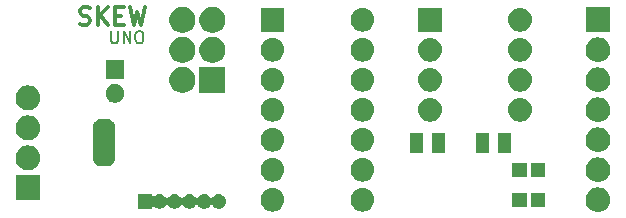
<source format=gts>
G04 #@! TF.GenerationSoftware,KiCad,Pcbnew,5.0.2-bee76a0~70~ubuntu18.04.1*
G04 #@! TF.CreationDate,2019-03-01T14:38:36+01:00*
G04 #@! TF.ProjectId,skewboards,736b6577-626f-4617-9264-732e6b696361,rev?*
G04 #@! TF.SameCoordinates,Original*
G04 #@! TF.FileFunction,Soldermask,Top*
G04 #@! TF.FilePolarity,Negative*
%FSLAX46Y46*%
G04 Gerber Fmt 4.6, Leading zero omitted, Abs format (unit mm)*
G04 Created by KiCad (PCBNEW 5.0.2-bee76a0~70~ubuntu18.04.1) date ven. 01 mars 2019 14:38:36 CET*
%MOMM*%
%LPD*%
G01*
G04 APERTURE LIST*
%ADD10C,0.150000*%
%ADD11C,0.375000*%
%ADD12C,0.100000*%
G04 APERTURE END LIST*
D10*
X61612666Y-29588380D02*
X61612666Y-30397904D01*
X61660285Y-30493142D01*
X61707904Y-30540761D01*
X61803142Y-30588380D01*
X61993619Y-30588380D01*
X62088857Y-30540761D01*
X62136476Y-30493142D01*
X62184095Y-30397904D01*
X62184095Y-29588380D01*
X62660285Y-30588380D02*
X62660285Y-29588380D01*
X63231714Y-30588380D01*
X63231714Y-29588380D01*
X63898380Y-29588380D02*
X64088857Y-29588380D01*
X64184095Y-29636000D01*
X64279333Y-29731238D01*
X64326952Y-29921714D01*
X64326952Y-30255047D01*
X64279333Y-30445523D01*
X64184095Y-30540761D01*
X64088857Y-30588380D01*
X63898380Y-30588380D01*
X63803142Y-30540761D01*
X63707904Y-30445523D01*
X63660285Y-30255047D01*
X63660285Y-29921714D01*
X63707904Y-29731238D01*
X63803142Y-29636000D01*
X63898380Y-29588380D01*
D11*
X58961714Y-28965142D02*
X59176000Y-29036571D01*
X59533142Y-29036571D01*
X59676000Y-28965142D01*
X59747428Y-28893714D01*
X59818857Y-28750857D01*
X59818857Y-28608000D01*
X59747428Y-28465142D01*
X59676000Y-28393714D01*
X59533142Y-28322285D01*
X59247428Y-28250857D01*
X59104571Y-28179428D01*
X59033142Y-28108000D01*
X58961714Y-27965142D01*
X58961714Y-27822285D01*
X59033142Y-27679428D01*
X59104571Y-27608000D01*
X59247428Y-27536571D01*
X59604571Y-27536571D01*
X59818857Y-27608000D01*
X60461714Y-29036571D02*
X60461714Y-27536571D01*
X61318857Y-29036571D02*
X60676000Y-28179428D01*
X61318857Y-27536571D02*
X60461714Y-28393714D01*
X61961714Y-28250857D02*
X62461714Y-28250857D01*
X62676000Y-29036571D02*
X61961714Y-29036571D01*
X61961714Y-27536571D01*
X62676000Y-27536571D01*
X63176000Y-27536571D02*
X63533142Y-29036571D01*
X63818857Y-27965142D01*
X64104571Y-29036571D01*
X64461714Y-27536571D01*
D12*
G36*
X102952707Y-42809597D02*
X103029836Y-42817193D01*
X103161787Y-42857220D01*
X103227763Y-42877233D01*
X103410172Y-42974733D01*
X103570054Y-43105946D01*
X103701267Y-43265828D01*
X103798767Y-43448237D01*
X103812507Y-43493533D01*
X103858807Y-43646164D01*
X103879080Y-43852000D01*
X103858807Y-44057836D01*
X103827421Y-44161303D01*
X103798767Y-44255763D01*
X103701267Y-44438172D01*
X103570054Y-44598054D01*
X103410172Y-44729267D01*
X103227763Y-44826767D01*
X103192281Y-44837530D01*
X103029836Y-44886807D01*
X102952707Y-44894403D01*
X102875580Y-44902000D01*
X102772420Y-44902000D01*
X102695293Y-44894403D01*
X102618164Y-44886807D01*
X102455719Y-44837530D01*
X102420237Y-44826767D01*
X102237828Y-44729267D01*
X102077946Y-44598054D01*
X101946733Y-44438172D01*
X101849233Y-44255763D01*
X101820579Y-44161303D01*
X101789193Y-44057836D01*
X101768920Y-43852000D01*
X101789193Y-43646164D01*
X101835493Y-43493533D01*
X101849233Y-43448237D01*
X101946733Y-43265828D01*
X102077946Y-43105946D01*
X102237828Y-42974733D01*
X102420237Y-42877233D01*
X102486213Y-42857220D01*
X102618164Y-42817193D01*
X102695293Y-42809597D01*
X102772420Y-42802000D01*
X102875580Y-42802000D01*
X102952707Y-42809597D01*
X102952707Y-42809597D01*
G37*
G36*
X83081030Y-42866469D02*
X83081033Y-42866470D01*
X83081034Y-42866470D01*
X83269535Y-42923651D01*
X83269537Y-42923652D01*
X83443260Y-43016509D01*
X83595528Y-43141472D01*
X83720491Y-43293740D01*
X83813348Y-43467463D01*
X83813349Y-43467465D01*
X83869571Y-43652804D01*
X83870531Y-43655970D01*
X83889838Y-43852000D01*
X83870531Y-44048030D01*
X83870530Y-44048033D01*
X83870530Y-44048034D01*
X83867557Y-44057836D01*
X83813348Y-44236537D01*
X83720491Y-44410260D01*
X83595528Y-44562528D01*
X83443260Y-44687491D01*
X83443258Y-44687492D01*
X83269535Y-44780349D01*
X83081034Y-44837530D01*
X83081033Y-44837530D01*
X83081030Y-44837531D01*
X82934124Y-44852000D01*
X82835876Y-44852000D01*
X82688970Y-44837531D01*
X82688967Y-44837530D01*
X82688966Y-44837530D01*
X82500465Y-44780349D01*
X82326742Y-44687492D01*
X82326740Y-44687491D01*
X82174472Y-44562528D01*
X82049509Y-44410260D01*
X81956652Y-44236537D01*
X81902444Y-44057836D01*
X81899470Y-44048034D01*
X81899470Y-44048033D01*
X81899469Y-44048030D01*
X81880162Y-43852000D01*
X81899469Y-43655970D01*
X81900429Y-43652804D01*
X81956651Y-43467465D01*
X81956652Y-43467463D01*
X82049509Y-43293740D01*
X82174472Y-43141472D01*
X82326740Y-43016509D01*
X82500463Y-42923652D01*
X82500465Y-42923651D01*
X82688966Y-42866470D01*
X82688967Y-42866470D01*
X82688970Y-42866469D01*
X82835876Y-42852000D01*
X82934124Y-42852000D01*
X83081030Y-42866469D01*
X83081030Y-42866469D01*
G37*
G36*
X75461030Y-42866469D02*
X75461033Y-42866470D01*
X75461034Y-42866470D01*
X75649535Y-42923651D01*
X75649537Y-42923652D01*
X75823260Y-43016509D01*
X75975528Y-43141472D01*
X76100491Y-43293740D01*
X76193348Y-43467463D01*
X76193349Y-43467465D01*
X76249571Y-43652804D01*
X76250531Y-43655970D01*
X76269838Y-43852000D01*
X76250531Y-44048030D01*
X76250530Y-44048033D01*
X76250530Y-44048034D01*
X76247557Y-44057836D01*
X76193348Y-44236537D01*
X76100491Y-44410260D01*
X75975528Y-44562528D01*
X75823260Y-44687491D01*
X75823258Y-44687492D01*
X75649535Y-44780349D01*
X75461034Y-44837530D01*
X75461033Y-44837530D01*
X75461030Y-44837531D01*
X75314124Y-44852000D01*
X75215876Y-44852000D01*
X75068970Y-44837531D01*
X75068967Y-44837530D01*
X75068966Y-44837530D01*
X74880465Y-44780349D01*
X74706742Y-44687492D01*
X74706740Y-44687491D01*
X74554472Y-44562528D01*
X74429509Y-44410260D01*
X74336652Y-44236537D01*
X74282444Y-44057836D01*
X74279470Y-44048034D01*
X74279470Y-44048033D01*
X74279469Y-44048030D01*
X74260162Y-43852000D01*
X74279469Y-43655970D01*
X74280429Y-43652804D01*
X74336651Y-43467465D01*
X74336652Y-43467463D01*
X74429509Y-43293740D01*
X74554472Y-43141472D01*
X74706740Y-43016509D01*
X74880463Y-42923652D01*
X74880465Y-42923651D01*
X75068966Y-42866470D01*
X75068967Y-42866470D01*
X75068970Y-42866469D01*
X75215876Y-42852000D01*
X75314124Y-42852000D01*
X75461030Y-42866469D01*
X75461030Y-42866469D01*
G37*
G36*
X65095000Y-43418340D02*
X65097402Y-43442726D01*
X65104515Y-43466175D01*
X65116066Y-43487786D01*
X65131612Y-43506728D01*
X65150554Y-43522274D01*
X65172165Y-43533825D01*
X65195614Y-43540938D01*
X65220000Y-43543340D01*
X65244386Y-43540938D01*
X65267835Y-43533825D01*
X65289446Y-43522274D01*
X65308388Y-43506728D01*
X65321583Y-43493533D01*
X65330184Y-43487786D01*
X65423952Y-43425132D01*
X65537694Y-43378019D01*
X65537695Y-43378019D01*
X65537697Y-43378018D01*
X65658441Y-43354000D01*
X65781559Y-43354000D01*
X65902303Y-43378018D01*
X65902305Y-43378019D01*
X65902306Y-43378019D01*
X66016048Y-43425132D01*
X66109816Y-43487786D01*
X66118417Y-43493533D01*
X66205467Y-43580583D01*
X66241066Y-43633861D01*
X66256611Y-43652803D01*
X66275553Y-43668348D01*
X66297164Y-43679900D01*
X66320613Y-43687013D01*
X66345000Y-43689415D01*
X66369386Y-43687013D01*
X66392835Y-43679900D01*
X66414446Y-43668349D01*
X66433388Y-43652804D01*
X66448934Y-43633861D01*
X66484533Y-43580583D01*
X66571583Y-43493533D01*
X66580184Y-43487786D01*
X66673952Y-43425132D01*
X66787694Y-43378019D01*
X66787695Y-43378019D01*
X66787697Y-43378018D01*
X66908441Y-43354000D01*
X67031559Y-43354000D01*
X67152303Y-43378018D01*
X67152305Y-43378019D01*
X67152306Y-43378019D01*
X67266048Y-43425132D01*
X67359816Y-43487786D01*
X67368417Y-43493533D01*
X67455467Y-43580583D01*
X67491066Y-43633861D01*
X67506611Y-43652803D01*
X67525553Y-43668348D01*
X67547164Y-43679900D01*
X67570613Y-43687013D01*
X67595000Y-43689415D01*
X67619386Y-43687013D01*
X67642835Y-43679900D01*
X67664446Y-43668349D01*
X67683388Y-43652804D01*
X67698934Y-43633861D01*
X67734533Y-43580583D01*
X67821583Y-43493533D01*
X67830184Y-43487786D01*
X67923952Y-43425132D01*
X68037694Y-43378019D01*
X68037695Y-43378019D01*
X68037697Y-43378018D01*
X68158441Y-43354000D01*
X68281559Y-43354000D01*
X68402303Y-43378018D01*
X68402305Y-43378019D01*
X68402306Y-43378019D01*
X68516048Y-43425132D01*
X68609816Y-43487786D01*
X68618417Y-43493533D01*
X68705467Y-43580583D01*
X68741066Y-43633861D01*
X68756611Y-43652803D01*
X68775553Y-43668348D01*
X68797164Y-43679900D01*
X68820613Y-43687013D01*
X68845000Y-43689415D01*
X68869386Y-43687013D01*
X68892835Y-43679900D01*
X68914446Y-43668349D01*
X68933388Y-43652804D01*
X68948934Y-43633861D01*
X68984533Y-43580583D01*
X69071583Y-43493533D01*
X69080184Y-43487786D01*
X69173952Y-43425132D01*
X69287694Y-43378019D01*
X69287695Y-43378019D01*
X69287697Y-43378018D01*
X69408441Y-43354000D01*
X69531559Y-43354000D01*
X69652303Y-43378018D01*
X69652305Y-43378019D01*
X69652306Y-43378019D01*
X69766048Y-43425132D01*
X69859816Y-43487786D01*
X69868417Y-43493533D01*
X69955467Y-43580583D01*
X69991066Y-43633861D01*
X70006611Y-43652803D01*
X70025553Y-43668348D01*
X70047164Y-43679900D01*
X70070613Y-43687013D01*
X70095000Y-43689415D01*
X70119386Y-43687013D01*
X70142835Y-43679900D01*
X70164446Y-43668349D01*
X70183388Y-43652804D01*
X70198934Y-43633861D01*
X70234533Y-43580583D01*
X70321583Y-43493533D01*
X70330184Y-43487786D01*
X70423952Y-43425132D01*
X70537694Y-43378019D01*
X70537695Y-43378019D01*
X70537697Y-43378018D01*
X70658441Y-43354000D01*
X70781559Y-43354000D01*
X70902303Y-43378018D01*
X70902305Y-43378019D01*
X70902306Y-43378019D01*
X71016048Y-43425132D01*
X71109816Y-43487786D01*
X71118417Y-43493533D01*
X71205467Y-43580583D01*
X71205469Y-43580586D01*
X71273868Y-43682952D01*
X71320981Y-43796694D01*
X71320982Y-43796697D01*
X71345000Y-43917441D01*
X71345000Y-44040559D01*
X71341564Y-44057834D01*
X71320981Y-44161306D01*
X71273868Y-44275048D01*
X71253723Y-44305197D01*
X71205467Y-44377417D01*
X71118417Y-44464467D01*
X71118414Y-44464469D01*
X71016048Y-44532868D01*
X70902306Y-44579981D01*
X70902305Y-44579981D01*
X70902303Y-44579982D01*
X70781559Y-44604000D01*
X70658441Y-44604000D01*
X70537697Y-44579982D01*
X70537695Y-44579981D01*
X70537694Y-44579981D01*
X70423952Y-44532868D01*
X70321586Y-44464469D01*
X70321583Y-44464467D01*
X70234533Y-44377417D01*
X70198934Y-44324139D01*
X70183389Y-44305197D01*
X70164447Y-44289652D01*
X70142836Y-44278100D01*
X70119387Y-44270987D01*
X70095000Y-44268585D01*
X70070614Y-44270987D01*
X70047165Y-44278100D01*
X70025554Y-44289651D01*
X70006612Y-44305196D01*
X69991066Y-44324139D01*
X69955467Y-44377417D01*
X69868417Y-44464467D01*
X69868414Y-44464469D01*
X69766048Y-44532868D01*
X69652306Y-44579981D01*
X69652305Y-44579981D01*
X69652303Y-44579982D01*
X69531559Y-44604000D01*
X69408441Y-44604000D01*
X69287697Y-44579982D01*
X69287695Y-44579981D01*
X69287694Y-44579981D01*
X69173952Y-44532868D01*
X69071586Y-44464469D01*
X69071583Y-44464467D01*
X68984533Y-44377417D01*
X68948934Y-44324139D01*
X68933389Y-44305197D01*
X68914447Y-44289652D01*
X68892836Y-44278100D01*
X68869387Y-44270987D01*
X68845000Y-44268585D01*
X68820614Y-44270987D01*
X68797165Y-44278100D01*
X68775554Y-44289651D01*
X68756612Y-44305196D01*
X68741066Y-44324139D01*
X68705467Y-44377417D01*
X68618417Y-44464467D01*
X68618414Y-44464469D01*
X68516048Y-44532868D01*
X68402306Y-44579981D01*
X68402305Y-44579981D01*
X68402303Y-44579982D01*
X68281559Y-44604000D01*
X68158441Y-44604000D01*
X68037697Y-44579982D01*
X68037695Y-44579981D01*
X68037694Y-44579981D01*
X67923952Y-44532868D01*
X67821586Y-44464469D01*
X67821583Y-44464467D01*
X67734533Y-44377417D01*
X67698934Y-44324139D01*
X67683389Y-44305197D01*
X67664447Y-44289652D01*
X67642836Y-44278100D01*
X67619387Y-44270987D01*
X67595000Y-44268585D01*
X67570614Y-44270987D01*
X67547165Y-44278100D01*
X67525554Y-44289651D01*
X67506612Y-44305196D01*
X67491066Y-44324139D01*
X67455467Y-44377417D01*
X67368417Y-44464467D01*
X67368414Y-44464469D01*
X67266048Y-44532868D01*
X67152306Y-44579981D01*
X67152305Y-44579981D01*
X67152303Y-44579982D01*
X67031559Y-44604000D01*
X66908441Y-44604000D01*
X66787697Y-44579982D01*
X66787695Y-44579981D01*
X66787694Y-44579981D01*
X66673952Y-44532868D01*
X66571586Y-44464469D01*
X66571583Y-44464467D01*
X66484533Y-44377417D01*
X66448934Y-44324139D01*
X66433389Y-44305197D01*
X66414447Y-44289652D01*
X66392836Y-44278100D01*
X66369387Y-44270987D01*
X66345000Y-44268585D01*
X66320614Y-44270987D01*
X66297165Y-44278100D01*
X66275554Y-44289651D01*
X66256612Y-44305196D01*
X66241066Y-44324139D01*
X66205467Y-44377417D01*
X66118417Y-44464467D01*
X66118414Y-44464469D01*
X66016048Y-44532868D01*
X65902306Y-44579981D01*
X65902305Y-44579981D01*
X65902303Y-44579982D01*
X65781559Y-44604000D01*
X65658441Y-44604000D01*
X65537697Y-44579982D01*
X65537695Y-44579981D01*
X65537694Y-44579981D01*
X65423952Y-44532868D01*
X65321586Y-44464469D01*
X65321583Y-44464467D01*
X65308388Y-44451272D01*
X65289446Y-44435726D01*
X65267835Y-44424175D01*
X65244386Y-44417062D01*
X65220000Y-44414660D01*
X65195614Y-44417062D01*
X65172165Y-44424175D01*
X65150554Y-44435726D01*
X65131612Y-44451272D01*
X65116066Y-44470214D01*
X65104515Y-44491825D01*
X65097402Y-44515274D01*
X65095000Y-44539660D01*
X65095000Y-44604000D01*
X63845000Y-44604000D01*
X63845000Y-43354000D01*
X65095000Y-43354000D01*
X65095000Y-43418340D01*
X65095000Y-43418340D01*
G37*
G36*
X96782000Y-44452000D02*
X95582000Y-44452000D01*
X95582000Y-43252000D01*
X96782000Y-43252000D01*
X96782000Y-44452000D01*
X96782000Y-44452000D01*
G37*
G36*
X98382000Y-44452000D02*
X97182000Y-44452000D01*
X97182000Y-43252000D01*
X98382000Y-43252000D01*
X98382000Y-44452000D01*
X98382000Y-44452000D01*
G37*
G36*
X55614000Y-43886000D02*
X53514000Y-43886000D01*
X53514000Y-41786000D01*
X55614000Y-41786000D01*
X55614000Y-43886000D01*
X55614000Y-43886000D01*
G37*
G36*
X102952707Y-40269597D02*
X103029836Y-40277193D01*
X103145229Y-40312197D01*
X103227763Y-40337233D01*
X103410172Y-40434733D01*
X103570054Y-40565946D01*
X103701267Y-40725828D01*
X103798767Y-40908237D01*
X103805229Y-40929540D01*
X103858807Y-41106164D01*
X103879080Y-41312000D01*
X103858807Y-41517836D01*
X103818780Y-41649787D01*
X103798767Y-41715763D01*
X103701267Y-41898172D01*
X103570054Y-42058054D01*
X103410172Y-42189267D01*
X103227763Y-42286767D01*
X103192281Y-42297530D01*
X103029836Y-42346807D01*
X102952707Y-42354403D01*
X102875580Y-42362000D01*
X102772420Y-42362000D01*
X102695293Y-42354403D01*
X102618164Y-42346807D01*
X102455719Y-42297530D01*
X102420237Y-42286767D01*
X102237828Y-42189267D01*
X102077946Y-42058054D01*
X101946733Y-41898172D01*
X101849233Y-41715763D01*
X101829220Y-41649787D01*
X101789193Y-41517836D01*
X101768920Y-41312000D01*
X101789193Y-41106164D01*
X101842771Y-40929540D01*
X101849233Y-40908237D01*
X101946733Y-40725828D01*
X102077946Y-40565946D01*
X102237828Y-40434733D01*
X102420237Y-40337233D01*
X102502771Y-40312197D01*
X102618164Y-40277193D01*
X102695293Y-40269597D01*
X102772420Y-40262000D01*
X102875580Y-40262000D01*
X102952707Y-40269597D01*
X102952707Y-40269597D01*
G37*
G36*
X83081030Y-40326469D02*
X83081033Y-40326470D01*
X83081034Y-40326470D01*
X83269535Y-40383651D01*
X83269537Y-40383652D01*
X83443260Y-40476509D01*
X83595528Y-40601472D01*
X83720491Y-40753740D01*
X83789139Y-40882171D01*
X83813349Y-40927465D01*
X83867557Y-41106166D01*
X83870531Y-41115970D01*
X83889838Y-41312000D01*
X83870531Y-41508030D01*
X83870530Y-41508033D01*
X83870530Y-41508034D01*
X83867557Y-41517836D01*
X83813348Y-41696537D01*
X83720491Y-41870260D01*
X83595528Y-42022528D01*
X83443260Y-42147491D01*
X83443258Y-42147492D01*
X83269535Y-42240349D01*
X83081034Y-42297530D01*
X83081033Y-42297530D01*
X83081030Y-42297531D01*
X82934124Y-42312000D01*
X82835876Y-42312000D01*
X82688970Y-42297531D01*
X82688967Y-42297530D01*
X82688966Y-42297530D01*
X82500465Y-42240349D01*
X82326742Y-42147492D01*
X82326740Y-42147491D01*
X82174472Y-42022528D01*
X82049509Y-41870260D01*
X81956652Y-41696537D01*
X81902444Y-41517836D01*
X81899470Y-41508034D01*
X81899470Y-41508033D01*
X81899469Y-41508030D01*
X81880162Y-41312000D01*
X81899469Y-41115970D01*
X81902443Y-41106166D01*
X81956651Y-40927465D01*
X81980861Y-40882171D01*
X82049509Y-40753740D01*
X82174472Y-40601472D01*
X82326740Y-40476509D01*
X82500463Y-40383652D01*
X82500465Y-40383651D01*
X82688966Y-40326470D01*
X82688967Y-40326470D01*
X82688970Y-40326469D01*
X82835876Y-40312000D01*
X82934124Y-40312000D01*
X83081030Y-40326469D01*
X83081030Y-40326469D01*
G37*
G36*
X75461030Y-40326469D02*
X75461033Y-40326470D01*
X75461034Y-40326470D01*
X75649535Y-40383651D01*
X75649537Y-40383652D01*
X75823260Y-40476509D01*
X75975528Y-40601472D01*
X76100491Y-40753740D01*
X76169139Y-40882171D01*
X76193349Y-40927465D01*
X76247557Y-41106166D01*
X76250531Y-41115970D01*
X76269838Y-41312000D01*
X76250531Y-41508030D01*
X76250530Y-41508033D01*
X76250530Y-41508034D01*
X76247557Y-41517836D01*
X76193348Y-41696537D01*
X76100491Y-41870260D01*
X75975528Y-42022528D01*
X75823260Y-42147491D01*
X75823258Y-42147492D01*
X75649535Y-42240349D01*
X75461034Y-42297530D01*
X75461033Y-42297530D01*
X75461030Y-42297531D01*
X75314124Y-42312000D01*
X75215876Y-42312000D01*
X75068970Y-42297531D01*
X75068967Y-42297530D01*
X75068966Y-42297530D01*
X74880465Y-42240349D01*
X74706742Y-42147492D01*
X74706740Y-42147491D01*
X74554472Y-42022528D01*
X74429509Y-41870260D01*
X74336652Y-41696537D01*
X74282444Y-41517836D01*
X74279470Y-41508034D01*
X74279470Y-41508033D01*
X74279469Y-41508030D01*
X74260162Y-41312000D01*
X74279469Y-41115970D01*
X74282443Y-41106166D01*
X74336651Y-40927465D01*
X74360861Y-40882171D01*
X74429509Y-40753740D01*
X74554472Y-40601472D01*
X74706740Y-40476509D01*
X74880463Y-40383652D01*
X74880465Y-40383651D01*
X75068966Y-40326470D01*
X75068967Y-40326470D01*
X75068970Y-40326469D01*
X75215876Y-40312000D01*
X75314124Y-40312000D01*
X75461030Y-40326469D01*
X75461030Y-40326469D01*
G37*
G36*
X98382000Y-41912000D02*
X97182000Y-41912000D01*
X97182000Y-40712000D01*
X98382000Y-40712000D01*
X98382000Y-41912000D01*
X98382000Y-41912000D01*
G37*
G36*
X96782000Y-41912000D02*
X95582000Y-41912000D01*
X95582000Y-40712000D01*
X96782000Y-40712000D01*
X96782000Y-41912000D01*
X96782000Y-41912000D01*
G37*
G36*
X54692707Y-39253596D02*
X54769836Y-39261193D01*
X54859354Y-39288348D01*
X54967763Y-39321233D01*
X55150172Y-39418733D01*
X55310054Y-39549946D01*
X55441267Y-39709828D01*
X55538767Y-39892237D01*
X55538767Y-39892238D01*
X55598807Y-40090164D01*
X55619080Y-40296000D01*
X55598807Y-40501836D01*
X55568583Y-40601472D01*
X55538767Y-40699763D01*
X55441267Y-40882172D01*
X55310054Y-41042054D01*
X55150172Y-41173267D01*
X54967763Y-41270767D01*
X54901787Y-41290780D01*
X54769836Y-41330807D01*
X54692707Y-41338404D01*
X54615580Y-41346000D01*
X54512420Y-41346000D01*
X54435293Y-41338404D01*
X54358164Y-41330807D01*
X54226213Y-41290780D01*
X54160237Y-41270767D01*
X53977828Y-41173267D01*
X53817946Y-41042054D01*
X53686733Y-40882172D01*
X53589233Y-40699763D01*
X53559417Y-40601472D01*
X53529193Y-40501836D01*
X53508920Y-40296000D01*
X53529193Y-40090164D01*
X53589233Y-39892238D01*
X53589233Y-39892237D01*
X53686733Y-39709828D01*
X53817946Y-39549946D01*
X53977828Y-39418733D01*
X54160237Y-39321233D01*
X54268646Y-39288348D01*
X54358164Y-39261193D01*
X54435293Y-39253596D01*
X54512420Y-39246000D01*
X54615580Y-39246000D01*
X54692707Y-39253596D01*
X54692707Y-39253596D01*
G37*
G36*
X61262197Y-37000233D02*
X61274449Y-37000835D01*
X61292869Y-37000835D01*
X61344358Y-37005906D01*
X61428443Y-37022632D01*
X61462168Y-37032862D01*
X61472048Y-37035859D01*
X61472050Y-37035860D01*
X61477955Y-37037651D01*
X61557164Y-37070460D01*
X61602787Y-37094846D01*
X61674082Y-37142484D01*
X61678848Y-37146395D01*
X61678849Y-37146396D01*
X61695851Y-37160349D01*
X61714076Y-37175306D01*
X61774694Y-37235924D01*
X61807516Y-37275918D01*
X61855154Y-37347213D01*
X61879540Y-37392836D01*
X61912349Y-37472045D01*
X61927368Y-37521557D01*
X61944094Y-37605642D01*
X61949165Y-37657131D01*
X61949165Y-37675551D01*
X61949767Y-37687803D01*
X61951573Y-37706140D01*
X61951573Y-38243860D01*
X61950602Y-38253719D01*
X61950000Y-38265971D01*
X61950000Y-39734029D01*
X61950602Y-39746281D01*
X61951573Y-39756140D01*
X61951573Y-40293860D01*
X61949767Y-40312197D01*
X61949165Y-40324449D01*
X61949165Y-40342869D01*
X61944094Y-40394358D01*
X61927368Y-40478443D01*
X61912349Y-40527955D01*
X61879540Y-40607164D01*
X61855154Y-40652787D01*
X61807516Y-40724082D01*
X61774694Y-40764076D01*
X61714076Y-40824694D01*
X61674082Y-40857516D01*
X61602787Y-40905154D01*
X61557164Y-40929540D01*
X61477955Y-40962349D01*
X61472050Y-40964140D01*
X61472048Y-40964141D01*
X61462168Y-40967138D01*
X61428443Y-40977368D01*
X61344358Y-40994094D01*
X61292869Y-40999165D01*
X61274449Y-40999165D01*
X61262197Y-40999767D01*
X61243860Y-41001573D01*
X60756140Y-41001573D01*
X60737803Y-40999767D01*
X60725551Y-40999165D01*
X60707131Y-40999165D01*
X60655642Y-40994094D01*
X60571557Y-40977368D01*
X60537832Y-40967138D01*
X60527952Y-40964141D01*
X60527950Y-40964140D01*
X60522045Y-40962349D01*
X60442836Y-40929540D01*
X60397213Y-40905154D01*
X60325918Y-40857516D01*
X60285924Y-40824694D01*
X60225306Y-40764076D01*
X60192484Y-40724082D01*
X60144846Y-40652787D01*
X60120460Y-40607164D01*
X60087651Y-40527955D01*
X60072632Y-40478443D01*
X60055906Y-40394358D01*
X60050835Y-40342869D01*
X60050835Y-40324449D01*
X60050233Y-40312197D01*
X60048427Y-40293860D01*
X60048427Y-39756140D01*
X60049398Y-39746281D01*
X60050000Y-39734029D01*
X60050000Y-38265971D01*
X60049398Y-38253719D01*
X60048427Y-38243860D01*
X60048427Y-37706140D01*
X60050233Y-37687803D01*
X60050835Y-37675551D01*
X60050835Y-37657131D01*
X60055906Y-37605642D01*
X60072632Y-37521557D01*
X60087651Y-37472045D01*
X60120460Y-37392836D01*
X60144846Y-37347213D01*
X60192484Y-37275918D01*
X60225306Y-37235924D01*
X60285924Y-37175306D01*
X60304149Y-37160349D01*
X60321151Y-37146396D01*
X60321152Y-37146395D01*
X60325918Y-37142484D01*
X60397213Y-37094846D01*
X60442836Y-37070460D01*
X60522045Y-37037651D01*
X60527950Y-37035860D01*
X60527952Y-37035859D01*
X60537832Y-37032862D01*
X60571557Y-37022632D01*
X60655642Y-37005906D01*
X60707131Y-37000835D01*
X60725551Y-37000835D01*
X60737803Y-37000233D01*
X60756140Y-36998427D01*
X61243860Y-36998427D01*
X61262197Y-37000233D01*
X61262197Y-37000233D01*
G37*
G36*
X95500000Y-39876000D02*
X94400000Y-39876000D01*
X94400000Y-38176000D01*
X95500000Y-38176000D01*
X95500000Y-39876000D01*
X95500000Y-39876000D01*
G37*
G36*
X93600000Y-39876000D02*
X92500000Y-39876000D01*
X92500000Y-38176000D01*
X93600000Y-38176000D01*
X93600000Y-39876000D01*
X93600000Y-39876000D01*
G37*
G36*
X89907000Y-39876000D02*
X88807000Y-39876000D01*
X88807000Y-38176000D01*
X89907000Y-38176000D01*
X89907000Y-39876000D01*
X89907000Y-39876000D01*
G37*
G36*
X88007000Y-39876000D02*
X86907000Y-39876000D01*
X86907000Y-38176000D01*
X88007000Y-38176000D01*
X88007000Y-39876000D01*
X88007000Y-39876000D01*
G37*
G36*
X102952707Y-37729596D02*
X103029836Y-37737193D01*
X103161787Y-37777220D01*
X103227763Y-37797233D01*
X103410172Y-37894733D01*
X103570054Y-38025946D01*
X103701267Y-38185828D01*
X103798767Y-38368237D01*
X103806007Y-38392106D01*
X103858807Y-38566164D01*
X103879080Y-38772000D01*
X103858807Y-38977836D01*
X103818780Y-39109787D01*
X103798767Y-39175763D01*
X103701267Y-39358172D01*
X103570054Y-39518054D01*
X103410172Y-39649267D01*
X103227763Y-39746767D01*
X103192281Y-39757530D01*
X103029836Y-39806807D01*
X102952707Y-39814403D01*
X102875580Y-39822000D01*
X102772420Y-39822000D01*
X102695293Y-39814403D01*
X102618164Y-39806807D01*
X102455719Y-39757530D01*
X102420237Y-39746767D01*
X102237828Y-39649267D01*
X102077946Y-39518054D01*
X101946733Y-39358172D01*
X101849233Y-39175763D01*
X101829220Y-39109787D01*
X101789193Y-38977836D01*
X101768920Y-38772000D01*
X101789193Y-38566164D01*
X101841993Y-38392106D01*
X101849233Y-38368237D01*
X101946733Y-38185828D01*
X102077946Y-38025946D01*
X102237828Y-37894733D01*
X102420237Y-37797233D01*
X102486213Y-37777220D01*
X102618164Y-37737193D01*
X102695293Y-37729596D01*
X102772420Y-37722000D01*
X102875580Y-37722000D01*
X102952707Y-37729596D01*
X102952707Y-37729596D01*
G37*
G36*
X83081030Y-37786469D02*
X83081033Y-37786470D01*
X83081034Y-37786470D01*
X83269535Y-37843651D01*
X83269537Y-37843652D01*
X83443260Y-37936509D01*
X83595528Y-38061472D01*
X83720491Y-38213740D01*
X83720492Y-38213742D01*
X83813349Y-38387465D01*
X83867557Y-38566166D01*
X83870531Y-38575970D01*
X83889838Y-38772000D01*
X83870531Y-38968030D01*
X83870530Y-38968033D01*
X83870530Y-38968034D01*
X83867557Y-38977836D01*
X83813348Y-39156537D01*
X83720491Y-39330260D01*
X83595528Y-39482528D01*
X83443260Y-39607491D01*
X83443258Y-39607492D01*
X83269535Y-39700349D01*
X83081034Y-39757530D01*
X83081033Y-39757530D01*
X83081030Y-39757531D01*
X82934124Y-39772000D01*
X82835876Y-39772000D01*
X82688970Y-39757531D01*
X82688967Y-39757530D01*
X82688966Y-39757530D01*
X82500465Y-39700349D01*
X82326742Y-39607492D01*
X82326740Y-39607491D01*
X82174472Y-39482528D01*
X82049509Y-39330260D01*
X81956652Y-39156537D01*
X81902444Y-38977836D01*
X81899470Y-38968034D01*
X81899470Y-38968033D01*
X81899469Y-38968030D01*
X81880162Y-38772000D01*
X81899469Y-38575970D01*
X81902443Y-38566166D01*
X81956651Y-38387465D01*
X82049508Y-38213742D01*
X82049509Y-38213740D01*
X82174472Y-38061472D01*
X82326740Y-37936509D01*
X82500463Y-37843652D01*
X82500465Y-37843651D01*
X82688966Y-37786470D01*
X82688967Y-37786470D01*
X82688970Y-37786469D01*
X82835876Y-37772000D01*
X82934124Y-37772000D01*
X83081030Y-37786469D01*
X83081030Y-37786469D01*
G37*
G36*
X75461030Y-37786469D02*
X75461033Y-37786470D01*
X75461034Y-37786470D01*
X75649535Y-37843651D01*
X75649537Y-37843652D01*
X75823260Y-37936509D01*
X75975528Y-38061472D01*
X76100491Y-38213740D01*
X76100492Y-38213742D01*
X76193349Y-38387465D01*
X76247557Y-38566166D01*
X76250531Y-38575970D01*
X76269838Y-38772000D01*
X76250531Y-38968030D01*
X76250530Y-38968033D01*
X76250530Y-38968034D01*
X76247557Y-38977836D01*
X76193348Y-39156537D01*
X76100491Y-39330260D01*
X75975528Y-39482528D01*
X75823260Y-39607491D01*
X75823258Y-39607492D01*
X75649535Y-39700349D01*
X75461034Y-39757530D01*
X75461033Y-39757530D01*
X75461030Y-39757531D01*
X75314124Y-39772000D01*
X75215876Y-39772000D01*
X75068970Y-39757531D01*
X75068967Y-39757530D01*
X75068966Y-39757530D01*
X74880465Y-39700349D01*
X74706742Y-39607492D01*
X74706740Y-39607491D01*
X74554472Y-39482528D01*
X74429509Y-39330260D01*
X74336652Y-39156537D01*
X74282444Y-38977836D01*
X74279470Y-38968034D01*
X74279470Y-38968033D01*
X74279469Y-38968030D01*
X74260162Y-38772000D01*
X74279469Y-38575970D01*
X74282443Y-38566166D01*
X74336651Y-38387465D01*
X74429508Y-38213742D01*
X74429509Y-38213740D01*
X74554472Y-38061472D01*
X74706740Y-37936509D01*
X74880463Y-37843652D01*
X74880465Y-37843651D01*
X75068966Y-37786470D01*
X75068967Y-37786470D01*
X75068970Y-37786469D01*
X75215876Y-37772000D01*
X75314124Y-37772000D01*
X75461030Y-37786469D01*
X75461030Y-37786469D01*
G37*
G36*
X54692707Y-36713596D02*
X54769836Y-36721193D01*
X54901787Y-36761220D01*
X54967763Y-36781233D01*
X55150172Y-36878733D01*
X55310054Y-37009946D01*
X55441267Y-37169828D01*
X55538767Y-37352237D01*
X55538767Y-37352238D01*
X55598807Y-37550164D01*
X55619080Y-37756000D01*
X55598807Y-37961836D01*
X55568583Y-38061472D01*
X55538767Y-38159763D01*
X55441267Y-38342172D01*
X55310054Y-38502054D01*
X55150172Y-38633267D01*
X54967763Y-38730767D01*
X54901787Y-38750780D01*
X54769836Y-38790807D01*
X54692707Y-38798404D01*
X54615580Y-38806000D01*
X54512420Y-38806000D01*
X54435293Y-38798404D01*
X54358164Y-38790807D01*
X54226213Y-38750780D01*
X54160237Y-38730767D01*
X53977828Y-38633267D01*
X53817946Y-38502054D01*
X53686733Y-38342172D01*
X53589233Y-38159763D01*
X53559417Y-38061472D01*
X53529193Y-37961836D01*
X53508920Y-37756000D01*
X53529193Y-37550164D01*
X53589233Y-37352238D01*
X53589233Y-37352237D01*
X53686733Y-37169828D01*
X53817946Y-37009946D01*
X53977828Y-36878733D01*
X54160237Y-36781233D01*
X54226213Y-36761220D01*
X54358164Y-36721193D01*
X54435293Y-36713596D01*
X54512420Y-36706000D01*
X54615580Y-36706000D01*
X54692707Y-36713596D01*
X54692707Y-36713596D01*
G37*
G36*
X102952707Y-35189596D02*
X103029836Y-35197193D01*
X103161787Y-35237220D01*
X103227763Y-35257233D01*
X103410172Y-35354733D01*
X103570054Y-35485946D01*
X103701267Y-35645828D01*
X103798767Y-35828237D01*
X103818780Y-35894213D01*
X103858807Y-36026164D01*
X103879080Y-36232000D01*
X103858807Y-36437836D01*
X103818780Y-36569787D01*
X103798767Y-36635763D01*
X103701267Y-36818172D01*
X103570054Y-36978054D01*
X103410172Y-37109267D01*
X103227763Y-37206767D01*
X103192281Y-37217530D01*
X103029836Y-37266807D01*
X102985730Y-37271151D01*
X102875580Y-37282000D01*
X102772420Y-37282000D01*
X102662270Y-37271151D01*
X102618164Y-37266807D01*
X102455719Y-37217530D01*
X102420237Y-37206767D01*
X102237828Y-37109267D01*
X102077946Y-36978054D01*
X101946733Y-36818172D01*
X101849233Y-36635763D01*
X101829220Y-36569787D01*
X101789193Y-36437836D01*
X101768920Y-36232000D01*
X101789193Y-36026164D01*
X101829220Y-35894213D01*
X101849233Y-35828237D01*
X101946733Y-35645828D01*
X102077946Y-35485946D01*
X102237828Y-35354733D01*
X102420237Y-35257233D01*
X102486213Y-35237220D01*
X102618164Y-35197193D01*
X102695293Y-35189596D01*
X102772420Y-35182000D01*
X102875580Y-35182000D01*
X102952707Y-35189596D01*
X102952707Y-35189596D01*
G37*
G36*
X75461030Y-35246469D02*
X75461033Y-35246470D01*
X75461034Y-35246470D01*
X75649535Y-35303651D01*
X75649537Y-35303652D01*
X75823260Y-35396509D01*
X75975528Y-35521472D01*
X76100491Y-35673740D01*
X76100492Y-35673742D01*
X76193349Y-35847465D01*
X76247557Y-36026166D01*
X76250531Y-36035970D01*
X76269838Y-36232000D01*
X76250531Y-36428030D01*
X76250530Y-36428033D01*
X76250530Y-36428034D01*
X76247557Y-36437836D01*
X76193348Y-36616537D01*
X76100491Y-36790260D01*
X75975528Y-36942528D01*
X75823260Y-37067491D01*
X75823258Y-37067492D01*
X75649535Y-37160349D01*
X75461034Y-37217530D01*
X75461033Y-37217530D01*
X75461030Y-37217531D01*
X75314124Y-37232000D01*
X75215876Y-37232000D01*
X75068970Y-37217531D01*
X75068967Y-37217530D01*
X75068966Y-37217530D01*
X74880465Y-37160349D01*
X74706742Y-37067492D01*
X74706740Y-37067491D01*
X74554472Y-36942528D01*
X74429509Y-36790260D01*
X74336652Y-36616537D01*
X74282444Y-36437836D01*
X74279470Y-36428034D01*
X74279470Y-36428033D01*
X74279469Y-36428030D01*
X74260162Y-36232000D01*
X74279469Y-36035970D01*
X74282443Y-36026166D01*
X74336651Y-35847465D01*
X74429508Y-35673742D01*
X74429509Y-35673740D01*
X74554472Y-35521472D01*
X74706740Y-35396509D01*
X74880463Y-35303652D01*
X74880465Y-35303651D01*
X75068966Y-35246470D01*
X75068967Y-35246470D01*
X75068970Y-35246469D01*
X75215876Y-35232000D01*
X75314124Y-35232000D01*
X75461030Y-35246469D01*
X75461030Y-35246469D01*
G37*
G36*
X83081030Y-35246469D02*
X83081033Y-35246470D01*
X83081034Y-35246470D01*
X83269535Y-35303651D01*
X83269537Y-35303652D01*
X83443260Y-35396509D01*
X83595528Y-35521472D01*
X83720491Y-35673740D01*
X83720492Y-35673742D01*
X83813349Y-35847465D01*
X83867557Y-36026166D01*
X83870531Y-36035970D01*
X83889838Y-36232000D01*
X83870531Y-36428030D01*
X83870530Y-36428033D01*
X83870530Y-36428034D01*
X83867557Y-36437836D01*
X83813348Y-36616537D01*
X83720491Y-36790260D01*
X83595528Y-36942528D01*
X83443260Y-37067491D01*
X83443258Y-37067492D01*
X83269535Y-37160349D01*
X83081034Y-37217530D01*
X83081033Y-37217530D01*
X83081030Y-37217531D01*
X82934124Y-37232000D01*
X82835876Y-37232000D01*
X82688970Y-37217531D01*
X82688967Y-37217530D01*
X82688966Y-37217530D01*
X82500465Y-37160349D01*
X82326742Y-37067492D01*
X82326740Y-37067491D01*
X82174472Y-36942528D01*
X82049509Y-36790260D01*
X81956652Y-36616537D01*
X81902444Y-36437836D01*
X81899470Y-36428034D01*
X81899470Y-36428033D01*
X81899469Y-36428030D01*
X81880162Y-36232000D01*
X81899469Y-36035970D01*
X81902443Y-36026166D01*
X81956651Y-35847465D01*
X82049508Y-35673742D01*
X82049509Y-35673740D01*
X82174472Y-35521472D01*
X82326740Y-35396509D01*
X82500463Y-35303652D01*
X82500465Y-35303651D01*
X82688966Y-35246470D01*
X82688967Y-35246470D01*
X82688970Y-35246469D01*
X82835876Y-35232000D01*
X82934124Y-35232000D01*
X83081030Y-35246469D01*
X83081030Y-35246469D01*
G37*
G36*
X88796030Y-35246469D02*
X88796033Y-35246470D01*
X88796034Y-35246470D01*
X88984535Y-35303651D01*
X88984537Y-35303652D01*
X89158260Y-35396509D01*
X89310528Y-35521472D01*
X89435491Y-35673740D01*
X89435492Y-35673742D01*
X89528349Y-35847465D01*
X89582557Y-36026166D01*
X89585531Y-36035970D01*
X89604838Y-36232000D01*
X89585531Y-36428030D01*
X89585530Y-36428033D01*
X89585530Y-36428034D01*
X89582557Y-36437836D01*
X89528348Y-36616537D01*
X89435491Y-36790260D01*
X89310528Y-36942528D01*
X89158260Y-37067491D01*
X89158258Y-37067492D01*
X88984535Y-37160349D01*
X88796034Y-37217530D01*
X88796033Y-37217530D01*
X88796030Y-37217531D01*
X88649124Y-37232000D01*
X88550876Y-37232000D01*
X88403970Y-37217531D01*
X88403967Y-37217530D01*
X88403966Y-37217530D01*
X88215465Y-37160349D01*
X88041742Y-37067492D01*
X88041740Y-37067491D01*
X87889472Y-36942528D01*
X87764509Y-36790260D01*
X87671652Y-36616537D01*
X87617444Y-36437836D01*
X87614470Y-36428034D01*
X87614470Y-36428033D01*
X87614469Y-36428030D01*
X87595162Y-36232000D01*
X87614469Y-36035970D01*
X87617443Y-36026166D01*
X87671651Y-35847465D01*
X87764508Y-35673742D01*
X87764509Y-35673740D01*
X87889472Y-35521472D01*
X88041740Y-35396509D01*
X88215463Y-35303652D01*
X88215465Y-35303651D01*
X88403966Y-35246470D01*
X88403967Y-35246470D01*
X88403970Y-35246469D01*
X88550876Y-35232000D01*
X88649124Y-35232000D01*
X88796030Y-35246469D01*
X88796030Y-35246469D01*
G37*
G36*
X96416030Y-35246469D02*
X96416033Y-35246470D01*
X96416034Y-35246470D01*
X96604535Y-35303651D01*
X96604537Y-35303652D01*
X96778260Y-35396509D01*
X96930528Y-35521472D01*
X97055491Y-35673740D01*
X97055492Y-35673742D01*
X97148349Y-35847465D01*
X97202557Y-36026166D01*
X97205531Y-36035970D01*
X97224838Y-36232000D01*
X97205531Y-36428030D01*
X97205530Y-36428033D01*
X97205530Y-36428034D01*
X97202557Y-36437836D01*
X97148348Y-36616537D01*
X97055491Y-36790260D01*
X96930528Y-36942528D01*
X96778260Y-37067491D01*
X96778258Y-37067492D01*
X96604535Y-37160349D01*
X96416034Y-37217530D01*
X96416033Y-37217530D01*
X96416030Y-37217531D01*
X96269124Y-37232000D01*
X96170876Y-37232000D01*
X96023970Y-37217531D01*
X96023967Y-37217530D01*
X96023966Y-37217530D01*
X95835465Y-37160349D01*
X95661742Y-37067492D01*
X95661740Y-37067491D01*
X95509472Y-36942528D01*
X95384509Y-36790260D01*
X95291652Y-36616537D01*
X95237444Y-36437836D01*
X95234470Y-36428034D01*
X95234470Y-36428033D01*
X95234469Y-36428030D01*
X95215162Y-36232000D01*
X95234469Y-36035970D01*
X95237443Y-36026166D01*
X95291651Y-35847465D01*
X95384508Y-35673742D01*
X95384509Y-35673740D01*
X95509472Y-35521472D01*
X95661740Y-35396509D01*
X95835463Y-35303652D01*
X95835465Y-35303651D01*
X96023966Y-35246470D01*
X96023967Y-35246470D01*
X96023970Y-35246469D01*
X96170876Y-35232000D01*
X96269124Y-35232000D01*
X96416030Y-35246469D01*
X96416030Y-35246469D01*
G37*
G36*
X54692707Y-34173596D02*
X54769836Y-34181193D01*
X54876671Y-34213601D01*
X54967763Y-34241233D01*
X55150172Y-34338733D01*
X55310054Y-34469946D01*
X55441267Y-34629828D01*
X55538767Y-34812237D01*
X55538767Y-34812238D01*
X55598807Y-35010164D01*
X55619080Y-35216000D01*
X55598807Y-35421836D01*
X55568583Y-35521472D01*
X55538767Y-35619763D01*
X55441267Y-35802172D01*
X55310054Y-35962054D01*
X55150172Y-36093267D01*
X54967763Y-36190767D01*
X54901787Y-36210780D01*
X54769836Y-36250807D01*
X54692707Y-36258404D01*
X54615580Y-36266000D01*
X54512420Y-36266000D01*
X54435293Y-36258404D01*
X54358164Y-36250807D01*
X54226213Y-36210780D01*
X54160237Y-36190767D01*
X53977828Y-36093267D01*
X53817946Y-35962054D01*
X53686733Y-35802172D01*
X53589233Y-35619763D01*
X53559417Y-35521472D01*
X53529193Y-35421836D01*
X53508920Y-35216000D01*
X53529193Y-35010164D01*
X53589233Y-34812238D01*
X53589233Y-34812237D01*
X53686733Y-34629828D01*
X53817946Y-34469946D01*
X53977828Y-34338733D01*
X54160237Y-34241233D01*
X54251329Y-34213601D01*
X54358164Y-34181193D01*
X54435293Y-34173596D01*
X54512420Y-34166000D01*
X54615580Y-34166000D01*
X54692707Y-34173596D01*
X54692707Y-34173596D01*
G37*
G36*
X62163352Y-34065743D02*
X62308941Y-34126048D01*
X62439973Y-34213601D01*
X62551399Y-34325027D01*
X62638952Y-34456059D01*
X62699257Y-34601648D01*
X62730000Y-34756205D01*
X62730000Y-34913795D01*
X62699257Y-35068352D01*
X62638952Y-35213941D01*
X62551399Y-35344973D01*
X62439973Y-35456399D01*
X62308941Y-35543952D01*
X62163352Y-35604257D01*
X62008795Y-35635000D01*
X61851205Y-35635000D01*
X61696648Y-35604257D01*
X61551059Y-35543952D01*
X61420027Y-35456399D01*
X61308601Y-35344973D01*
X61221048Y-35213941D01*
X61160743Y-35068352D01*
X61130000Y-34913795D01*
X61130000Y-34756205D01*
X61160743Y-34601648D01*
X61221048Y-34456059D01*
X61308601Y-34325027D01*
X61420027Y-34213601D01*
X61551059Y-34126048D01*
X61696648Y-34065743D01*
X61851205Y-34035000D01*
X62008795Y-34035000D01*
X62163352Y-34065743D01*
X62163352Y-34065743D01*
G37*
G36*
X71285000Y-34792000D02*
X69085000Y-34792000D01*
X69085000Y-32592000D01*
X71285000Y-32592000D01*
X71285000Y-34792000D01*
X71285000Y-34792000D01*
G37*
G36*
X67965857Y-32634272D02*
X68166042Y-32717191D01*
X68166045Y-32717193D01*
X68312024Y-32814733D01*
X68346213Y-32837578D01*
X68499422Y-32990787D01*
X68619809Y-33170958D01*
X68702728Y-33371143D01*
X68745000Y-33583658D01*
X68745000Y-33800342D01*
X68702728Y-34012857D01*
X68619809Y-34213042D01*
X68499422Y-34393213D01*
X68346213Y-34546422D01*
X68346210Y-34546424D01*
X68346209Y-34546425D01*
X68235574Y-34620349D01*
X68166042Y-34666809D01*
X67965857Y-34749728D01*
X67753342Y-34792000D01*
X67536658Y-34792000D01*
X67324143Y-34749728D01*
X67123958Y-34666809D01*
X67054426Y-34620349D01*
X66943791Y-34546425D01*
X66943790Y-34546424D01*
X66943787Y-34546422D01*
X66790578Y-34393213D01*
X66670191Y-34213042D01*
X66587272Y-34012857D01*
X66545000Y-33800342D01*
X66545000Y-33583658D01*
X66587272Y-33371143D01*
X66670191Y-33170958D01*
X66790578Y-32990787D01*
X66943787Y-32837578D01*
X66977977Y-32814733D01*
X67123955Y-32717193D01*
X67123958Y-32717191D01*
X67324143Y-32634272D01*
X67536658Y-32592000D01*
X67753342Y-32592000D01*
X67965857Y-32634272D01*
X67965857Y-32634272D01*
G37*
G36*
X102952707Y-32649596D02*
X103029836Y-32657193D01*
X103161787Y-32697220D01*
X103227763Y-32717233D01*
X103410172Y-32814733D01*
X103570054Y-32945946D01*
X103701267Y-33105828D01*
X103798767Y-33288237D01*
X103818780Y-33354213D01*
X103858807Y-33486164D01*
X103879080Y-33692000D01*
X103858807Y-33897836D01*
X103818780Y-34029787D01*
X103798767Y-34095763D01*
X103701267Y-34278172D01*
X103570054Y-34438054D01*
X103410172Y-34569267D01*
X103227763Y-34666767D01*
X103192281Y-34677530D01*
X103029836Y-34726807D01*
X102952707Y-34734404D01*
X102875580Y-34742000D01*
X102772420Y-34742000D01*
X102695293Y-34734404D01*
X102618164Y-34726807D01*
X102455719Y-34677530D01*
X102420237Y-34666767D01*
X102237828Y-34569267D01*
X102077946Y-34438054D01*
X101946733Y-34278172D01*
X101849233Y-34095763D01*
X101829220Y-34029787D01*
X101789193Y-33897836D01*
X101768920Y-33692000D01*
X101789193Y-33486164D01*
X101829220Y-33354213D01*
X101849233Y-33288237D01*
X101946733Y-33105828D01*
X102077946Y-32945946D01*
X102237828Y-32814733D01*
X102420237Y-32717233D01*
X102486213Y-32697220D01*
X102618164Y-32657193D01*
X102695293Y-32649596D01*
X102772420Y-32642000D01*
X102875580Y-32642000D01*
X102952707Y-32649596D01*
X102952707Y-32649596D01*
G37*
G36*
X96416030Y-32706469D02*
X96416033Y-32706470D01*
X96416034Y-32706470D01*
X96604535Y-32763651D01*
X96604537Y-32763652D01*
X96778260Y-32856509D01*
X96930528Y-32981472D01*
X97055491Y-33133740D01*
X97055492Y-33133742D01*
X97148349Y-33307465D01*
X97202557Y-33486166D01*
X97205531Y-33495970D01*
X97224838Y-33692000D01*
X97205531Y-33888030D01*
X97205530Y-33888033D01*
X97205530Y-33888034D01*
X97151623Y-34065743D01*
X97148348Y-34076537D01*
X97055491Y-34250260D01*
X96930528Y-34402528D01*
X96778260Y-34527491D01*
X96778258Y-34527492D01*
X96604535Y-34620349D01*
X96416034Y-34677530D01*
X96416033Y-34677530D01*
X96416030Y-34677531D01*
X96269124Y-34692000D01*
X96170876Y-34692000D01*
X96023970Y-34677531D01*
X96023967Y-34677530D01*
X96023966Y-34677530D01*
X95835465Y-34620349D01*
X95661742Y-34527492D01*
X95661740Y-34527491D01*
X95509472Y-34402528D01*
X95384509Y-34250260D01*
X95291652Y-34076537D01*
X95288378Y-34065743D01*
X95234470Y-33888034D01*
X95234470Y-33888033D01*
X95234469Y-33888030D01*
X95215162Y-33692000D01*
X95234469Y-33495970D01*
X95237443Y-33486166D01*
X95291651Y-33307465D01*
X95384508Y-33133742D01*
X95384509Y-33133740D01*
X95509472Y-32981472D01*
X95661740Y-32856509D01*
X95835463Y-32763652D01*
X95835465Y-32763651D01*
X96023966Y-32706470D01*
X96023967Y-32706470D01*
X96023970Y-32706469D01*
X96170876Y-32692000D01*
X96269124Y-32692000D01*
X96416030Y-32706469D01*
X96416030Y-32706469D01*
G37*
G36*
X83081030Y-32706469D02*
X83081033Y-32706470D01*
X83081034Y-32706470D01*
X83269535Y-32763651D01*
X83269537Y-32763652D01*
X83443260Y-32856509D01*
X83595528Y-32981472D01*
X83720491Y-33133740D01*
X83720492Y-33133742D01*
X83813349Y-33307465D01*
X83867557Y-33486166D01*
X83870531Y-33495970D01*
X83889838Y-33692000D01*
X83870531Y-33888030D01*
X83870530Y-33888033D01*
X83870530Y-33888034D01*
X83816623Y-34065743D01*
X83813348Y-34076537D01*
X83720491Y-34250260D01*
X83595528Y-34402528D01*
X83443260Y-34527491D01*
X83443258Y-34527492D01*
X83269535Y-34620349D01*
X83081034Y-34677530D01*
X83081033Y-34677530D01*
X83081030Y-34677531D01*
X82934124Y-34692000D01*
X82835876Y-34692000D01*
X82688970Y-34677531D01*
X82688967Y-34677530D01*
X82688966Y-34677530D01*
X82500465Y-34620349D01*
X82326742Y-34527492D01*
X82326740Y-34527491D01*
X82174472Y-34402528D01*
X82049509Y-34250260D01*
X81956652Y-34076537D01*
X81953378Y-34065743D01*
X81899470Y-33888034D01*
X81899470Y-33888033D01*
X81899469Y-33888030D01*
X81880162Y-33692000D01*
X81899469Y-33495970D01*
X81902443Y-33486166D01*
X81956651Y-33307465D01*
X82049508Y-33133742D01*
X82049509Y-33133740D01*
X82174472Y-32981472D01*
X82326740Y-32856509D01*
X82500463Y-32763652D01*
X82500465Y-32763651D01*
X82688966Y-32706470D01*
X82688967Y-32706470D01*
X82688970Y-32706469D01*
X82835876Y-32692000D01*
X82934124Y-32692000D01*
X83081030Y-32706469D01*
X83081030Y-32706469D01*
G37*
G36*
X75461030Y-32706469D02*
X75461033Y-32706470D01*
X75461034Y-32706470D01*
X75649535Y-32763651D01*
X75649537Y-32763652D01*
X75823260Y-32856509D01*
X75975528Y-32981472D01*
X76100491Y-33133740D01*
X76100492Y-33133742D01*
X76193349Y-33307465D01*
X76247557Y-33486166D01*
X76250531Y-33495970D01*
X76269838Y-33692000D01*
X76250531Y-33888030D01*
X76250530Y-33888033D01*
X76250530Y-33888034D01*
X76196623Y-34065743D01*
X76193348Y-34076537D01*
X76100491Y-34250260D01*
X75975528Y-34402528D01*
X75823260Y-34527491D01*
X75823258Y-34527492D01*
X75649535Y-34620349D01*
X75461034Y-34677530D01*
X75461033Y-34677530D01*
X75461030Y-34677531D01*
X75314124Y-34692000D01*
X75215876Y-34692000D01*
X75068970Y-34677531D01*
X75068967Y-34677530D01*
X75068966Y-34677530D01*
X74880465Y-34620349D01*
X74706742Y-34527492D01*
X74706740Y-34527491D01*
X74554472Y-34402528D01*
X74429509Y-34250260D01*
X74336652Y-34076537D01*
X74333378Y-34065743D01*
X74279470Y-33888034D01*
X74279470Y-33888033D01*
X74279469Y-33888030D01*
X74260162Y-33692000D01*
X74279469Y-33495970D01*
X74282443Y-33486166D01*
X74336651Y-33307465D01*
X74429508Y-33133742D01*
X74429509Y-33133740D01*
X74554472Y-32981472D01*
X74706740Y-32856509D01*
X74880463Y-32763652D01*
X74880465Y-32763651D01*
X75068966Y-32706470D01*
X75068967Y-32706470D01*
X75068970Y-32706469D01*
X75215876Y-32692000D01*
X75314124Y-32692000D01*
X75461030Y-32706469D01*
X75461030Y-32706469D01*
G37*
G36*
X88796030Y-32706469D02*
X88796033Y-32706470D01*
X88796034Y-32706470D01*
X88984535Y-32763651D01*
X88984537Y-32763652D01*
X89158260Y-32856509D01*
X89310528Y-32981472D01*
X89435491Y-33133740D01*
X89435492Y-33133742D01*
X89528349Y-33307465D01*
X89582557Y-33486166D01*
X89585531Y-33495970D01*
X89604838Y-33692000D01*
X89585531Y-33888030D01*
X89585530Y-33888033D01*
X89585530Y-33888034D01*
X89531623Y-34065743D01*
X89528348Y-34076537D01*
X89435491Y-34250260D01*
X89310528Y-34402528D01*
X89158260Y-34527491D01*
X89158258Y-34527492D01*
X88984535Y-34620349D01*
X88796034Y-34677530D01*
X88796033Y-34677530D01*
X88796030Y-34677531D01*
X88649124Y-34692000D01*
X88550876Y-34692000D01*
X88403970Y-34677531D01*
X88403967Y-34677530D01*
X88403966Y-34677530D01*
X88215465Y-34620349D01*
X88041742Y-34527492D01*
X88041740Y-34527491D01*
X87889472Y-34402528D01*
X87764509Y-34250260D01*
X87671652Y-34076537D01*
X87668378Y-34065743D01*
X87614470Y-33888034D01*
X87614470Y-33888033D01*
X87614469Y-33888030D01*
X87595162Y-33692000D01*
X87614469Y-33495970D01*
X87617443Y-33486166D01*
X87671651Y-33307465D01*
X87764508Y-33133742D01*
X87764509Y-33133740D01*
X87889472Y-32981472D01*
X88041740Y-32856509D01*
X88215463Y-32763652D01*
X88215465Y-32763651D01*
X88403966Y-32706470D01*
X88403967Y-32706470D01*
X88403970Y-32706469D01*
X88550876Y-32692000D01*
X88649124Y-32692000D01*
X88796030Y-32706469D01*
X88796030Y-32706469D01*
G37*
G36*
X62730000Y-33635000D02*
X61130000Y-33635000D01*
X61130000Y-32035000D01*
X62730000Y-32035000D01*
X62730000Y-33635000D01*
X62730000Y-33635000D01*
G37*
G36*
X67965857Y-30094272D02*
X68166042Y-30177191D01*
X68166045Y-30177193D01*
X68312024Y-30274733D01*
X68346213Y-30297578D01*
X68499422Y-30450787D01*
X68619809Y-30630958D01*
X68702728Y-30831143D01*
X68745000Y-31043658D01*
X68745000Y-31260342D01*
X68702728Y-31472857D01*
X68619809Y-31673042D01*
X68499422Y-31853213D01*
X68346213Y-32006422D01*
X68346210Y-32006424D01*
X68346209Y-32006425D01*
X68235574Y-32080349D01*
X68166042Y-32126809D01*
X67965857Y-32209728D01*
X67753342Y-32252000D01*
X67536658Y-32252000D01*
X67324143Y-32209728D01*
X67123958Y-32126809D01*
X67054426Y-32080349D01*
X66943791Y-32006425D01*
X66943790Y-32006424D01*
X66943787Y-32006422D01*
X66790578Y-31853213D01*
X66670191Y-31673042D01*
X66587272Y-31472857D01*
X66545000Y-31260342D01*
X66545000Y-31043658D01*
X66587272Y-30831143D01*
X66670191Y-30630958D01*
X66790578Y-30450787D01*
X66943787Y-30297578D01*
X66977977Y-30274733D01*
X67123955Y-30177193D01*
X67123958Y-30177191D01*
X67324143Y-30094272D01*
X67536658Y-30052000D01*
X67753342Y-30052000D01*
X67965857Y-30094272D01*
X67965857Y-30094272D01*
G37*
G36*
X70505857Y-30094272D02*
X70706042Y-30177191D01*
X70706045Y-30177193D01*
X70852024Y-30274733D01*
X70886213Y-30297578D01*
X71039422Y-30450787D01*
X71159809Y-30630958D01*
X71242728Y-30831143D01*
X71285000Y-31043658D01*
X71285000Y-31260342D01*
X71242728Y-31472857D01*
X71159809Y-31673042D01*
X71039422Y-31853213D01*
X70886213Y-32006422D01*
X70886210Y-32006424D01*
X70886209Y-32006425D01*
X70775574Y-32080349D01*
X70706042Y-32126809D01*
X70505857Y-32209728D01*
X70293342Y-32252000D01*
X70076658Y-32252000D01*
X69864143Y-32209728D01*
X69663958Y-32126809D01*
X69594426Y-32080349D01*
X69483791Y-32006425D01*
X69483790Y-32006424D01*
X69483787Y-32006422D01*
X69330578Y-31853213D01*
X69210191Y-31673042D01*
X69127272Y-31472857D01*
X69085000Y-31260342D01*
X69085000Y-31043658D01*
X69127272Y-30831143D01*
X69210191Y-30630958D01*
X69330578Y-30450787D01*
X69483787Y-30297578D01*
X69517977Y-30274733D01*
X69663955Y-30177193D01*
X69663958Y-30177191D01*
X69864143Y-30094272D01*
X70076658Y-30052000D01*
X70293342Y-30052000D01*
X70505857Y-30094272D01*
X70505857Y-30094272D01*
G37*
G36*
X102952707Y-30109596D02*
X103029836Y-30117193D01*
X103161787Y-30157220D01*
X103227763Y-30177233D01*
X103410172Y-30274733D01*
X103570054Y-30405946D01*
X103701267Y-30565828D01*
X103798767Y-30748237D01*
X103818780Y-30814213D01*
X103858807Y-30946164D01*
X103879080Y-31152000D01*
X103858807Y-31357836D01*
X103818780Y-31489787D01*
X103798767Y-31555763D01*
X103701267Y-31738172D01*
X103570054Y-31898054D01*
X103410172Y-32029267D01*
X103227763Y-32126767D01*
X103192281Y-32137530D01*
X103029836Y-32186807D01*
X102952707Y-32194403D01*
X102875580Y-32202000D01*
X102772420Y-32202000D01*
X102695293Y-32194403D01*
X102618164Y-32186807D01*
X102455719Y-32137530D01*
X102420237Y-32126767D01*
X102237828Y-32029267D01*
X102077946Y-31898054D01*
X101946733Y-31738172D01*
X101849233Y-31555763D01*
X101829220Y-31489787D01*
X101789193Y-31357836D01*
X101768920Y-31152000D01*
X101789193Y-30946164D01*
X101829220Y-30814213D01*
X101849233Y-30748237D01*
X101946733Y-30565828D01*
X102077946Y-30405946D01*
X102237828Y-30274733D01*
X102420237Y-30177233D01*
X102486213Y-30157220D01*
X102618164Y-30117193D01*
X102695293Y-30109596D01*
X102772420Y-30102000D01*
X102875580Y-30102000D01*
X102952707Y-30109596D01*
X102952707Y-30109596D01*
G37*
G36*
X88796030Y-30166469D02*
X88796033Y-30166470D01*
X88796034Y-30166470D01*
X88984535Y-30223651D01*
X88984537Y-30223652D01*
X89158260Y-30316509D01*
X89310528Y-30441472D01*
X89435491Y-30593740D01*
X89435492Y-30593742D01*
X89528349Y-30767465D01*
X89582557Y-30946166D01*
X89585531Y-30955970D01*
X89604838Y-31152000D01*
X89585531Y-31348030D01*
X89585530Y-31348033D01*
X89585530Y-31348034D01*
X89582557Y-31357836D01*
X89528348Y-31536537D01*
X89435491Y-31710260D01*
X89310528Y-31862528D01*
X89158260Y-31987491D01*
X89158258Y-31987492D01*
X88984535Y-32080349D01*
X88796034Y-32137530D01*
X88796033Y-32137530D01*
X88796030Y-32137531D01*
X88649124Y-32152000D01*
X88550876Y-32152000D01*
X88403970Y-32137531D01*
X88403967Y-32137530D01*
X88403966Y-32137530D01*
X88215465Y-32080349D01*
X88041742Y-31987492D01*
X88041740Y-31987491D01*
X87889472Y-31862528D01*
X87764509Y-31710260D01*
X87671652Y-31536537D01*
X87617444Y-31357836D01*
X87614470Y-31348034D01*
X87614470Y-31348033D01*
X87614469Y-31348030D01*
X87595162Y-31152000D01*
X87614469Y-30955970D01*
X87617443Y-30946166D01*
X87671651Y-30767465D01*
X87764508Y-30593742D01*
X87764509Y-30593740D01*
X87889472Y-30441472D01*
X88041740Y-30316509D01*
X88215463Y-30223652D01*
X88215465Y-30223651D01*
X88403966Y-30166470D01*
X88403967Y-30166470D01*
X88403970Y-30166469D01*
X88550876Y-30152000D01*
X88649124Y-30152000D01*
X88796030Y-30166469D01*
X88796030Y-30166469D01*
G37*
G36*
X75461030Y-30166469D02*
X75461033Y-30166470D01*
X75461034Y-30166470D01*
X75649535Y-30223651D01*
X75649537Y-30223652D01*
X75823260Y-30316509D01*
X75975528Y-30441472D01*
X76100491Y-30593740D01*
X76100492Y-30593742D01*
X76193349Y-30767465D01*
X76247557Y-30946166D01*
X76250531Y-30955970D01*
X76269838Y-31152000D01*
X76250531Y-31348030D01*
X76250530Y-31348033D01*
X76250530Y-31348034D01*
X76247557Y-31357836D01*
X76193348Y-31536537D01*
X76100491Y-31710260D01*
X75975528Y-31862528D01*
X75823260Y-31987491D01*
X75823258Y-31987492D01*
X75649535Y-32080349D01*
X75461034Y-32137530D01*
X75461033Y-32137530D01*
X75461030Y-32137531D01*
X75314124Y-32152000D01*
X75215876Y-32152000D01*
X75068970Y-32137531D01*
X75068967Y-32137530D01*
X75068966Y-32137530D01*
X74880465Y-32080349D01*
X74706742Y-31987492D01*
X74706740Y-31987491D01*
X74554472Y-31862528D01*
X74429509Y-31710260D01*
X74336652Y-31536537D01*
X74282444Y-31357836D01*
X74279470Y-31348034D01*
X74279470Y-31348033D01*
X74279469Y-31348030D01*
X74260162Y-31152000D01*
X74279469Y-30955970D01*
X74282443Y-30946166D01*
X74336651Y-30767465D01*
X74429508Y-30593742D01*
X74429509Y-30593740D01*
X74554472Y-30441472D01*
X74706740Y-30316509D01*
X74880463Y-30223652D01*
X74880465Y-30223651D01*
X75068966Y-30166470D01*
X75068967Y-30166470D01*
X75068970Y-30166469D01*
X75215876Y-30152000D01*
X75314124Y-30152000D01*
X75461030Y-30166469D01*
X75461030Y-30166469D01*
G37*
G36*
X83081030Y-30166469D02*
X83081033Y-30166470D01*
X83081034Y-30166470D01*
X83269535Y-30223651D01*
X83269537Y-30223652D01*
X83443260Y-30316509D01*
X83595528Y-30441472D01*
X83720491Y-30593740D01*
X83720492Y-30593742D01*
X83813349Y-30767465D01*
X83867557Y-30946166D01*
X83870531Y-30955970D01*
X83889838Y-31152000D01*
X83870531Y-31348030D01*
X83870530Y-31348033D01*
X83870530Y-31348034D01*
X83867557Y-31357836D01*
X83813348Y-31536537D01*
X83720491Y-31710260D01*
X83595528Y-31862528D01*
X83443260Y-31987491D01*
X83443258Y-31987492D01*
X83269535Y-32080349D01*
X83081034Y-32137530D01*
X83081033Y-32137530D01*
X83081030Y-32137531D01*
X82934124Y-32152000D01*
X82835876Y-32152000D01*
X82688970Y-32137531D01*
X82688967Y-32137530D01*
X82688966Y-32137530D01*
X82500465Y-32080349D01*
X82326742Y-31987492D01*
X82326740Y-31987491D01*
X82174472Y-31862528D01*
X82049509Y-31710260D01*
X81956652Y-31536537D01*
X81902444Y-31357836D01*
X81899470Y-31348034D01*
X81899470Y-31348033D01*
X81899469Y-31348030D01*
X81880162Y-31152000D01*
X81899469Y-30955970D01*
X81902443Y-30946166D01*
X81956651Y-30767465D01*
X82049508Y-30593742D01*
X82049509Y-30593740D01*
X82174472Y-30441472D01*
X82326740Y-30316509D01*
X82500463Y-30223652D01*
X82500465Y-30223651D01*
X82688966Y-30166470D01*
X82688967Y-30166470D01*
X82688970Y-30166469D01*
X82835876Y-30152000D01*
X82934124Y-30152000D01*
X83081030Y-30166469D01*
X83081030Y-30166469D01*
G37*
G36*
X96416030Y-30166469D02*
X96416033Y-30166470D01*
X96416034Y-30166470D01*
X96604535Y-30223651D01*
X96604537Y-30223652D01*
X96778260Y-30316509D01*
X96930528Y-30441472D01*
X97055491Y-30593740D01*
X97055492Y-30593742D01*
X97148349Y-30767465D01*
X97202557Y-30946166D01*
X97205531Y-30955970D01*
X97224838Y-31152000D01*
X97205531Y-31348030D01*
X97205530Y-31348033D01*
X97205530Y-31348034D01*
X97202557Y-31357836D01*
X97148348Y-31536537D01*
X97055491Y-31710260D01*
X96930528Y-31862528D01*
X96778260Y-31987491D01*
X96778258Y-31987492D01*
X96604535Y-32080349D01*
X96416034Y-32137530D01*
X96416033Y-32137530D01*
X96416030Y-32137531D01*
X96269124Y-32152000D01*
X96170876Y-32152000D01*
X96023970Y-32137531D01*
X96023967Y-32137530D01*
X96023966Y-32137530D01*
X95835465Y-32080349D01*
X95661742Y-31987492D01*
X95661740Y-31987491D01*
X95509472Y-31862528D01*
X95384509Y-31710260D01*
X95291652Y-31536537D01*
X95237444Y-31357836D01*
X95234470Y-31348034D01*
X95234470Y-31348033D01*
X95234469Y-31348030D01*
X95215162Y-31152000D01*
X95234469Y-30955970D01*
X95237443Y-30946166D01*
X95291651Y-30767465D01*
X95384508Y-30593742D01*
X95384509Y-30593740D01*
X95509472Y-30441472D01*
X95661740Y-30316509D01*
X95835463Y-30223652D01*
X95835465Y-30223651D01*
X96023966Y-30166470D01*
X96023967Y-30166470D01*
X96023970Y-30166469D01*
X96170876Y-30152000D01*
X96269124Y-30152000D01*
X96416030Y-30166469D01*
X96416030Y-30166469D01*
G37*
G36*
X70505857Y-27554272D02*
X70706042Y-27637191D01*
X70706045Y-27637193D01*
X70775576Y-27683652D01*
X70886213Y-27757578D01*
X71039422Y-27910787D01*
X71159809Y-28090958D01*
X71242728Y-28291143D01*
X71285000Y-28503658D01*
X71285000Y-28720342D01*
X71242728Y-28932857D01*
X71159809Y-29133042D01*
X71039422Y-29313213D01*
X70886213Y-29466422D01*
X70886210Y-29466424D01*
X70886209Y-29466425D01*
X70775574Y-29540349D01*
X70706042Y-29586809D01*
X70505857Y-29669728D01*
X70293342Y-29712000D01*
X70076658Y-29712000D01*
X69864143Y-29669728D01*
X69663958Y-29586809D01*
X69594426Y-29540349D01*
X69483791Y-29466425D01*
X69483790Y-29466424D01*
X69483787Y-29466422D01*
X69330578Y-29313213D01*
X69210191Y-29133042D01*
X69127272Y-28932857D01*
X69085000Y-28720342D01*
X69085000Y-28503658D01*
X69127272Y-28291143D01*
X69210191Y-28090958D01*
X69330578Y-27910787D01*
X69483787Y-27757578D01*
X69594425Y-27683652D01*
X69663955Y-27637193D01*
X69663958Y-27637191D01*
X69864143Y-27554272D01*
X70076658Y-27512000D01*
X70293342Y-27512000D01*
X70505857Y-27554272D01*
X70505857Y-27554272D01*
G37*
G36*
X67965857Y-27554272D02*
X68166042Y-27637191D01*
X68166045Y-27637193D01*
X68235576Y-27683652D01*
X68346213Y-27757578D01*
X68499422Y-27910787D01*
X68619809Y-28090958D01*
X68702728Y-28291143D01*
X68745000Y-28503658D01*
X68745000Y-28720342D01*
X68702728Y-28932857D01*
X68619809Y-29133042D01*
X68499422Y-29313213D01*
X68346213Y-29466422D01*
X68346210Y-29466424D01*
X68346209Y-29466425D01*
X68235574Y-29540349D01*
X68166042Y-29586809D01*
X67965857Y-29669728D01*
X67753342Y-29712000D01*
X67536658Y-29712000D01*
X67324143Y-29669728D01*
X67123958Y-29586809D01*
X67054426Y-29540349D01*
X66943791Y-29466425D01*
X66943790Y-29466424D01*
X66943787Y-29466422D01*
X66790578Y-29313213D01*
X66670191Y-29133042D01*
X66587272Y-28932857D01*
X66545000Y-28720342D01*
X66545000Y-28503658D01*
X66587272Y-28291143D01*
X66670191Y-28090958D01*
X66790578Y-27910787D01*
X66943787Y-27757578D01*
X67054425Y-27683652D01*
X67123955Y-27637193D01*
X67123958Y-27637191D01*
X67324143Y-27554272D01*
X67536658Y-27512000D01*
X67753342Y-27512000D01*
X67965857Y-27554272D01*
X67965857Y-27554272D01*
G37*
G36*
X103874000Y-29662000D02*
X101774000Y-29662000D01*
X101774000Y-27562000D01*
X103874000Y-27562000D01*
X103874000Y-29662000D01*
X103874000Y-29662000D01*
G37*
G36*
X76265000Y-29612000D02*
X74265000Y-29612000D01*
X74265000Y-27612000D01*
X76265000Y-27612000D01*
X76265000Y-29612000D01*
X76265000Y-29612000D01*
G37*
G36*
X83081030Y-27626469D02*
X83081033Y-27626470D01*
X83081034Y-27626470D01*
X83269535Y-27683651D01*
X83269537Y-27683652D01*
X83443260Y-27776509D01*
X83595528Y-27901472D01*
X83720491Y-28053740D01*
X83813348Y-28227463D01*
X83870531Y-28415970D01*
X83889838Y-28612000D01*
X83870531Y-28808030D01*
X83813348Y-28996537D01*
X83720491Y-29170260D01*
X83595528Y-29322528D01*
X83443260Y-29447491D01*
X83443258Y-29447492D01*
X83269535Y-29540349D01*
X83081034Y-29597530D01*
X83081033Y-29597530D01*
X83081030Y-29597531D01*
X82934124Y-29612000D01*
X82835876Y-29612000D01*
X82688970Y-29597531D01*
X82688967Y-29597530D01*
X82688966Y-29597530D01*
X82500465Y-29540349D01*
X82326742Y-29447492D01*
X82326740Y-29447491D01*
X82174472Y-29322528D01*
X82049509Y-29170260D01*
X81956652Y-28996537D01*
X81899469Y-28808030D01*
X81880162Y-28612000D01*
X81899469Y-28415970D01*
X81956652Y-28227463D01*
X82049509Y-28053740D01*
X82174472Y-27901472D01*
X82326740Y-27776509D01*
X82500463Y-27683652D01*
X82500465Y-27683651D01*
X82688966Y-27626470D01*
X82688967Y-27626470D01*
X82688970Y-27626469D01*
X82835876Y-27612000D01*
X82934124Y-27612000D01*
X83081030Y-27626469D01*
X83081030Y-27626469D01*
G37*
G36*
X89600000Y-29612000D02*
X87600000Y-29612000D01*
X87600000Y-27612000D01*
X89600000Y-27612000D01*
X89600000Y-29612000D01*
X89600000Y-29612000D01*
G37*
G36*
X96416030Y-27626469D02*
X96416033Y-27626470D01*
X96416034Y-27626470D01*
X96604535Y-27683651D01*
X96604537Y-27683652D01*
X96778260Y-27776509D01*
X96930528Y-27901472D01*
X97055491Y-28053740D01*
X97148348Y-28227463D01*
X97205531Y-28415970D01*
X97224838Y-28612000D01*
X97205531Y-28808030D01*
X97148348Y-28996537D01*
X97055491Y-29170260D01*
X96930528Y-29322528D01*
X96778260Y-29447491D01*
X96778258Y-29447492D01*
X96604535Y-29540349D01*
X96416034Y-29597530D01*
X96416033Y-29597530D01*
X96416030Y-29597531D01*
X96269124Y-29612000D01*
X96170876Y-29612000D01*
X96023970Y-29597531D01*
X96023967Y-29597530D01*
X96023966Y-29597530D01*
X95835465Y-29540349D01*
X95661742Y-29447492D01*
X95661740Y-29447491D01*
X95509472Y-29322528D01*
X95384509Y-29170260D01*
X95291652Y-28996537D01*
X95234469Y-28808030D01*
X95215162Y-28612000D01*
X95234469Y-28415970D01*
X95291652Y-28227463D01*
X95384509Y-28053740D01*
X95509472Y-27901472D01*
X95661740Y-27776509D01*
X95835463Y-27683652D01*
X95835465Y-27683651D01*
X96023966Y-27626470D01*
X96023967Y-27626470D01*
X96023970Y-27626469D01*
X96170876Y-27612000D01*
X96269124Y-27612000D01*
X96416030Y-27626469D01*
X96416030Y-27626469D01*
G37*
M02*

</source>
